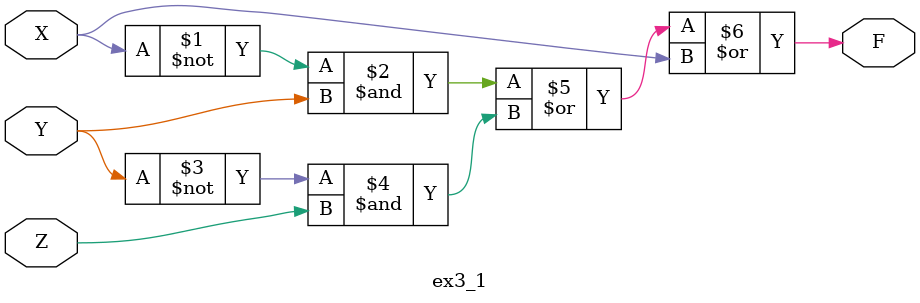
<source format=v>
module test;
    reg X, Y, Z;
    wire F;
    ex3_1 cwd(X, Y, Z, F);
    initial begin
        //000
        X = 1'b0; Y = 1'b0; Z = 1'b0;
        #10
        //001
        X = 1'b0; Y = 1'b0; Z = 1'b1;
        #10
        //010
        X = 1'b0; Y = 1'b1; Z = 1'b0;
        #10
        //011
        X = 1'b0; Y = 1'b1; Z = 1'b1;
        #10
        //100
        X = 1'b1; Y = 1'b0; Z = 1'b0;
        #10
        //101
        X = 1'b1; Y = 1'b0; Z = 1'b1;
        #10
        //110
        X = 1'b1; Y = 1'b1; Z = 1'b0;
        #10
        //111
        X = 1'b1; Y = 1'b1; Z = 1'b1;
        #10
        $finish;
    end
    
endmodule // test

module ex3_1(X, Y, Z, F);
    input X, Y, Z;
    output F;
    assign F = ~X&Y|~Y&Z|X;

endmodule // ex3_1

</source>
